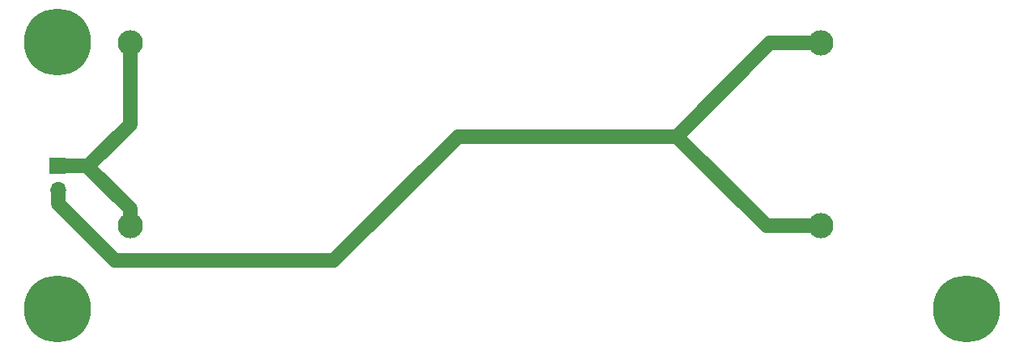
<source format=gtl>
G04 #@! TF.GenerationSoftware,KiCad,Pcbnew,(5.1.10)-1*
G04 #@! TF.CreationDate,2021-12-13T23:36:20+01:00*
G04 #@! TF.ProjectId,PowerLayer,506f7765-724c-4617-9965-722e6b696361,rev?*
G04 #@! TF.SameCoordinates,Original*
G04 #@! TF.FileFunction,Copper,L1,Top*
G04 #@! TF.FilePolarity,Positive*
%FSLAX46Y46*%
G04 Gerber Fmt 4.6, Leading zero omitted, Abs format (unit mm)*
G04 Created by KiCad (PCBNEW (5.1.10)-1) date 2021-12-13 23:36:20*
%MOMM*%
%LPD*%
G01*
G04 APERTURE LIST*
G04 #@! TA.AperFunction,ComponentPad*
%ADD10C,7.000000*%
G04 #@! TD*
G04 #@! TA.AperFunction,ComponentPad*
%ADD11C,2.640000*%
G04 #@! TD*
G04 #@! TA.AperFunction,ComponentPad*
%ADD12O,1.700000X1.700000*%
G04 #@! TD*
G04 #@! TA.AperFunction,ComponentPad*
%ADD13R,1.700000X1.700000*%
G04 #@! TD*
G04 #@! TA.AperFunction,Conductor*
%ADD14C,1.500000*%
G04 #@! TD*
G04 APERTURE END LIST*
D10*
X152146000Y-152146000D03*
X57146000Y-152146000D03*
X57146000Y-124146000D03*
D11*
X136906000Y-124304000D03*
X136906000Y-143434000D03*
X64686000Y-124304000D03*
X64686000Y-143434000D03*
D12*
X57150000Y-139686000D03*
D13*
X57146000Y-137146000D03*
D14*
X131242000Y-143434000D02*
X136906000Y-143434000D01*
X121856500Y-134048500D02*
X131242000Y-143434000D01*
X131601000Y-124304000D02*
X121856500Y-134048500D01*
X136906000Y-124304000D02*
X131601000Y-124304000D01*
X57150000Y-141097000D02*
X57150000Y-139686000D01*
X85979000Y-147066000D02*
X63119000Y-147066000D01*
X63119000Y-147066000D02*
X57150000Y-141097000D01*
X98996500Y-134048500D02*
X85979000Y-147066000D01*
X121856500Y-134048500D02*
X98996500Y-134048500D01*
X57146000Y-137146000D02*
X60339000Y-137146000D01*
X64686000Y-132799000D02*
X64686000Y-124304000D01*
X60339000Y-137146000D02*
X64686000Y-132799000D01*
X60184000Y-137146000D02*
X57146000Y-137146000D01*
X64686000Y-141648000D02*
X60184000Y-137146000D01*
X64686000Y-143434000D02*
X64686000Y-141648000D01*
M02*

</source>
